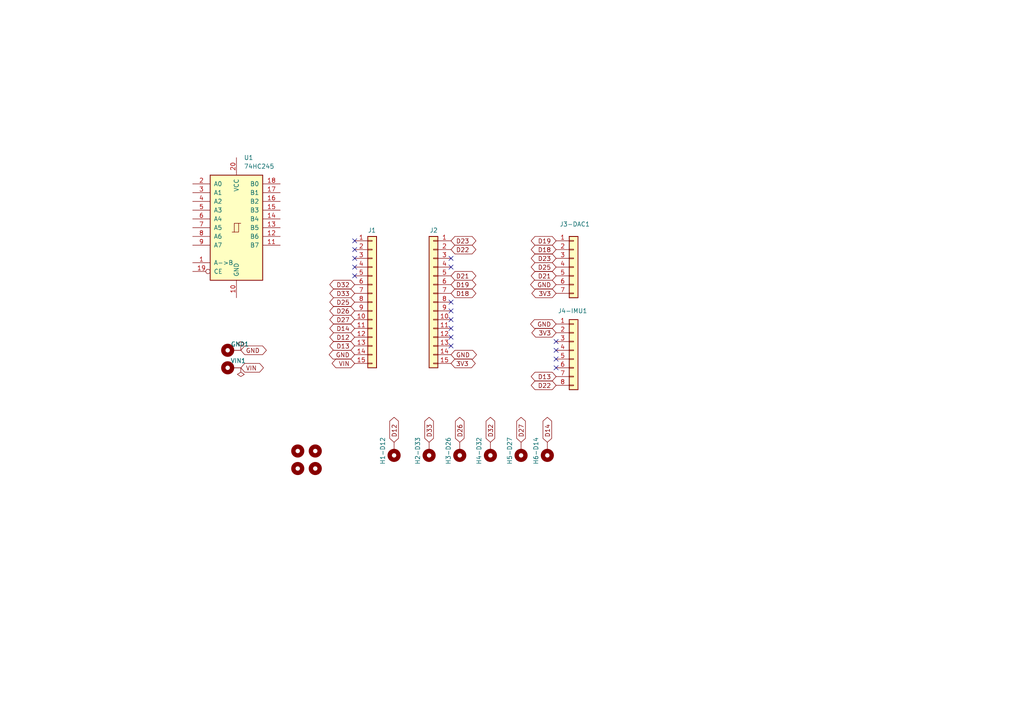
<source format=kicad_sch>
(kicad_sch (version 20250114) (generator "eeschema") (generator_version "9.0")
  (paper "A4")
  (lib_symbols
    (symbol "74xx:74HC245" (pin_names (offset 1.016))
      (property "Reference" "U" (at -7.62 16.51 0))
      (property "Value" "74HC245" (at -7.62 -16.51 0))
      (symbol "74HC245_1_0"
        (polyline (pts (xy -1.27 -1.27) (xy 0.635 -1.27) (xy 0.635 1.27) (xy 1.27 1.27)))
        (polyline (pts (xy -0.635 -1.27) (xy -0.635 1.27) (xy 0.635 1.27)))
        (pin tri_state line (at -12.7 12.7 0) (length 5.08) (name "A0") (number "2"))
        (pin tri_state line (at -12.7 10.16 0) (length 5.08) (name "A1") (number "3"))
        (pin tri_state line (at -12.7 7.62 0) (length 5.08) (name "A2") (number "4"))
        (pin tri_state line (at -12.7 5.08 0) (length 5.08) (name "A3") (number "5"))
        (pin tri_state line (at -12.7 2.54 0) (length 5.08) (name "A4") (number "6"))
        (pin tri_state line (at -12.7 0 0) (length 5.08) (name "A5") (number "7"))
        (pin tri_state line (at -12.7 -2.54 0) (length 5.08) (name "A6") (number "8"))
        (pin tri_state line (at -12.7 -5.08 0) (length 5.08) (name "A7") (number "9"))
        (pin input line (at -12.7 -10.16 0) (length 5.08) (name "A->B") (number "1"))
        (pin input inverted (at -12.7 -12.7 0) (length 5.08) (name "CE") (number "19"))
        (pin power_in line (at 0 20.32 270) (length 5.08) (name "VCC") (number "20"))
        (pin power_in line (at 0 -20.32 90) (length 5.08) (name "GND") (number "10"))
        (pin tri_state line (at 12.7 12.7 180) (length 5.08) (name "B0") (number "18"))
        (pin tri_state line (at 12.7 10.16 180) (length 5.08) (name "B1") (number "17"))
        (pin tri_state line (at 12.7 7.62 180) (length 5.08) (name "B2") (number "16"))
        (pin tri_state line (at 12.7 5.08 180) (length 5.08) (name "B3") (number "15"))
        (pin tri_state line (at 12.7 2.54 180) (length 5.08) (name "B4") (number "14"))
        (pin tri_state line (at 12.7 0 180) (length 5.08) (name "B5") (number "13"))
        (pin tri_state line (at 12.7 -2.54 180) (length 5.08) (name "B6") (number "12"))
        (pin tri_state line (at 12.7 -5.08 180) (length 5.08) (name "B7") (number "11"))
      )
      (symbol "74HC245_1_1"
        (rectangle (start -7.62 15.24) (end 7.62 -15.24) (stroke (width 0.254)) (fill (type background)))
      )
    )
    (symbol "Connector_Generic:Conn_01x07" (pin_names (offset 1.016) (hide yes))
      (property "Reference" "J" (at 0 10.16 0))
      (property "Value" "Conn_01x07" (at 0 -10.16 0))
      (symbol "Conn_01x07_1_1"
        (rectangle (start -1.27 8.89) (end 1.27 -8.89) (stroke (width 0.254)) (fill (type background)))
        (rectangle (start -1.27 7.747) (end 0 7.493) (stroke (width 0.1524)))
        (rectangle (start -1.27 5.207) (end 0 4.953) (stroke (width 0.1524)))
        (rectangle (start -1.27 2.667) (end 0 2.413) (stroke (width 0.1524)))
        (rectangle (start -1.27 0.127) (end 0 -0.127) (stroke (width 0.1524)))
        (rectangle (start -1.27 -2.413) (end 0 -2.667) (stroke (width 0.1524)))
        (rectangle (start -1.27 -4.953) (end 0 -5.207) (stroke (width 0.1524)))
        (rectangle (start -1.27 -7.493) (end 0 -7.747) (stroke (width 0.1524)))
        (pin passive line (at -5.08 7.62 0) (length 3.81) (name "Pin_1") (number "1"))
        (pin passive line (at -5.08 5.08 0) (length 3.81) (name "Pin_2") (number "2"))
        (pin passive line (at -5.08 2.54 0) (length 3.81) (name "Pin_3") (number "3"))
        (pin passive line (at -5.08 0 0) (length 3.81) (name "Pin_4") (number "4"))
        (pin passive line (at -5.08 -2.54 0) (length 3.81) (name "Pin_5") (number "5"))
        (pin passive line (at -5.08 -5.08 0) (length 3.81) (name "Pin_6") (number "6"))
        (pin passive line (at -5.08 -7.62 0) (length 3.81) (name "Pin_7") (number "7"))
      )
    )
    (symbol "Connector_Generic:Conn_01x08" (pin_names (offset 1.016) (hide yes))
      (property "Reference" "J" (at 0 10.16 0))
      (property "Value" "Conn_01x08" (at 0 -12.7 0))
      (symbol "Conn_01x08_1_1"
        (rectangle (start -1.27 8.89) (end 1.27 -11.43) (stroke (width 0.254)) (fill (type background)))
        (rectangle (start -1.27 7.747) (end 0 7.493) (stroke (width 0.1524)))
        (rectangle (start -1.27 5.207) (end 0 4.953) (stroke (width 0.1524)))
        (rectangle (start -1.27 2.667) (end 0 2.413) (stroke (width 0.1524)))
        (rectangle (start -1.27 0.127) (end 0 -0.127) (stroke (width 0.1524)))
        (rectangle (start -1.27 -2.413) (end 0 -2.667) (stroke (width 0.1524)))
        (rectangle (start -1.27 -4.953) (end 0 -5.207) (stroke (width 0.1524)))
        (rectangle (start -1.27 -7.493) (end 0 -7.747) (stroke (width 0.1524)))
        (rectangle (start -1.27 -10.033) (end 0 -10.287) (stroke (width 0.1524)))
        (pin passive line (at -5.08 7.62 0) (length 3.81) (name "Pin_1") (number "1"))
        (pin passive line (at -5.08 5.08 0) (length 3.81) (name "Pin_2") (number "2"))
        (pin passive line (at -5.08 2.54 0) (length 3.81) (name "Pin_3") (number "3"))
        (pin passive line (at -5.08 0 0) (length 3.81) (name "Pin_4") (number "4"))
        (pin passive line (at -5.08 -2.54 0) (length 3.81) (name "Pin_5") (number "5"))
        (pin passive line (at -5.08 -5.08 0) (length 3.81) (name "Pin_6") (number "6"))
        (pin passive line (at -5.08 -7.62 0) (length 3.81) (name "Pin_7") (number "7"))
        (pin passive line (at -5.08 -10.16 0) (length 3.81) (name "Pin_8") (number "8"))
      )
    )
    (symbol "Connector_Generic:Conn_01x15" (pin_names (offset 1.016) (hide yes))
      (property "Reference" "J" (at 0 20.32 0))
      (property "Value" "Conn_01x15" (at 0 -20.32 0))
      (symbol "Conn_01x15_1_1"
        (rectangle (start -1.27 19.05) (end 1.27 -19.05) (stroke (width 0.254)) (fill (type background)))
        (rectangle (start -1.27 17.907) (end 0 17.653) (stroke (width 0.1524)))
        (rectangle (start -1.27 15.367) (end 0 15.113) (stroke (width 0.1524)))
        (rectangle (start -1.27 12.827) (end 0 12.573) (stroke (width 0.1524)))
        (rectangle (start -1.27 10.287) (end 0 10.033) (stroke (width 0.1524)))
        (rectangle (start -1.27 7.747) (end 0 7.493) (stroke (width 0.1524)))
        (rectangle (start -1.27 5.207) (end 0 4.953) (stroke (width 0.1524)))
        (rectangle (start -1.27 2.667) (end 0 2.413) (stroke (width 0.1524)))
        (rectangle (start -1.27 0.127) (end 0 -0.127) (stroke (width 0.1524)))
        (rectangle (start -1.27 -2.413) (end 0 -2.667) (stroke (width 0.1524)))
        (rectangle (start -1.27 -4.953) (end 0 -5.207) (stroke (width 0.1524)))
        (rectangle (start -1.27 -7.493) (end 0 -7.747) (stroke (width 0.1524)))
        (rectangle (start -1.27 -10.033) (end 0 -10.287) (stroke (width 0.1524)))
        (rectangle (start -1.27 -12.573) (end 0 -12.827) (stroke (width 0.1524)))
        (rectangle (start -1.27 -15.113) (end 0 -15.367) (stroke (width 0.1524)))
        (rectangle (start -1.27 -17.653) (end 0 -17.907) (stroke (width 0.1524)))
        (pin passive line (at -5.08 17.78 0) (length 3.81) (name "Pin_1") (number "1"))
        (pin passive line (at -5.08 15.24 0) (length 3.81) (name "Pin_2") (number "2"))
        (pin passive line (at -5.08 12.7 0) (length 3.81) (name "Pin_3") (number "3"))
        (pin passive line (at -5.08 10.16 0) (length 3.81) (name "Pin_4") (number "4"))
        (pin passive line (at -5.08 7.62 0) (length 3.81) (name "Pin_5") (number "5"))
        (pin passive line (at -5.08 5.08 0) (length 3.81) (name "Pin_6") (number "6"))
        (pin passive line (at -5.08 2.54 0) (length 3.81) (name "Pin_7") (number "7"))
        (pin passive line (at -5.08 0 0) (length 3.81) (name "Pin_8") (number "8"))
        (pin passive line (at -5.08 -2.54 0) (length 3.81) (name "Pin_9") (number "9"))
        (pin passive line (at -5.08 -5.08 0) (length 3.81) (name "Pin_10") (number "10"))
        (pin passive line (at -5.08 -7.62 0) (length 3.81) (name "Pin_11") (number "11"))
        (pin passive line (at -5.08 -10.16 0) (length 3.81) (name "Pin_12") (number "12"))
        (pin passive line (at -5.08 -12.7 0) (length 3.81) (name "Pin_13") (number "13"))
        (pin passive line (at -5.08 -15.24 0) (length 3.81) (name "Pin_14") (number "14"))
        (pin passive line (at -5.08 -17.78 0) (length 3.81) (name "Pin_15") (number "15"))
      )
    )
    (symbol "Mechanical:MountingHole" (pin_names (offset 1.016)) (in_bom no)
      (property "Reference" "H" (at 0 5.08 0))
      (property "Value" "MountingHole" (at 0 3.175 0))
      (symbol "MountingHole_0_1"
        (circle (center 0 0) (radius 1.27) (stroke (width 1.27)))
      )
    )
    (symbol "Mechanical:MountingHole_Pad" (pin_numbers (hide yes)) (pin_names (offset 1.016) (hide yes)) (in_bom no)
      (property "Reference" "H" (at 0 6.35 0))
      (property "Value" "MountingHole_Pad" (at 0 4.445 0))
      (symbol "MountingHole_Pad_0_1"
        (circle (center 0 1.27) (radius 1.27) (stroke (width 1.27)))
      )
      (symbol "MountingHole_Pad_1_1"
        (pin input line (at 0 -2.54 90) (length 2.54) (name "1") (number "1"))
      )
    )
    (symbol "power:PWR_FLAG" (power) (pin_numbers (hide yes)) (pin_names (offset 0) (hide yes))
      (property "Value" "PWR_FLAG" (at 0 3.81 0))
      (symbol "PWR_FLAG_0_0"
        (pin power_out line (at 0 0 90) (length 0) (name "~") (number "1"))
      )
      (symbol "PWR_FLAG_0_1"
        (polyline (pts (xy 0 0) (xy 0 1.27) (xy -1.016 1.905) (xy 0 2.54) (xy 1.016 1.905) (xy 0 1.27)))
      )
    )
  )
  (no_connect (at 130.81 74.93))
  (no_connect (at 130.81 95.25))
  (no_connect (at 102.87 80.01))
  (no_connect (at 161.29 99.06))
  (no_connect (at 102.87 69.85))
  (no_connect (at 161.29 106.68))
  (no_connect (at 161.29 101.6))
  (no_connect (at 102.87 72.39))
  (no_connect (at 161.29 104.14))
  (no_connect (at 130.81 90.17))
  (no_connect (at 130.81 77.47))
  (no_connect (at 130.81 87.63))
  (no_connect (at 102.87 77.47))
  (no_connect (at 130.81 97.79))
  (no_connect (at 130.81 100.33))
  (no_connect (at 130.81 92.71))
  (no_connect (at 102.87 74.93))
  (global_label "D14" (shape bidirectional) (at 102.87 95.25 180) (property "Intersheetrefs" "${INTERSHEET_REFS}" (effects (hide yes))))
  (global_label "3V3" (shape bidirectional) (at 161.29 85.09 180) (property "Intersheetrefs" "${INTERSHEET_REFS}" (effects (hide yes))))
  (global_label "D21" (shape bidirectional) (at 130.81 80.01 0) (property "Intersheetrefs" "${INTERSHEET_REFS}" (effects (hide yes))))
  (global_label "D22" (shape bidirectional) (at 161.29 111.76 180) (property "Intersheetrefs" "${INTERSHEET_REFS}" (effects (hide yes))))
  (global_label "D18" (shape bidirectional) (at 161.29 72.39 180) (property "Intersheetrefs" "${INTERSHEET_REFS}" (effects (hide yes))))
  (global_label "D14" (shape bidirectional) (at 158.75 128.27 90) (property "Intersheetrefs" "${INTERSHEET_REFS}" (effects (hide yes))))
  (global_label "D19" (shape bidirectional) (at 161.29 69.85 180) (property "Intersheetrefs" "${INTERSHEET_REFS}" (effects (hide yes))))
  (global_label "GND" (shape bidirectional) (at 69.85 101.6 0) (property "Intersheetrefs" "${INTERSHEET_REFS}" (effects (hide yes))))
  (global_label "D26" (shape bidirectional) (at 133.35 128.27 90) (property "Intersheetrefs" "${INTERSHEET_REFS}" (effects (hide yes))))
  (global_label "D25" (shape bidirectional) (at 102.87 87.63 180) (property "Intersheetrefs" "${INTERSHEET_REFS}" (effects (hide yes))))
  (global_label "D33" (shape bidirectional) (at 102.87 85.09 180) (property "Intersheetrefs" "${INTERSHEET_REFS}" (effects (hide yes))))
  (global_label "D21" (shape bidirectional) (at 161.29 80.01 180) (property "Intersheetrefs" "${INTERSHEET_REFS}" (effects (hide yes))))
  (global_label "D18" (shape bidirectional) (at 130.81 85.09 0) (property "Intersheetrefs" "${INTERSHEET_REFS}" (effects (hide yes))))
  (global_label "GND" (shape bidirectional) (at 161.29 82.55 180) (property "Intersheetrefs" "${INTERSHEET_REFS}" (effects (hide yes))))
  (global_label "3V3" (shape bidirectional) (at 161.29 96.52 180) (property "Intersheetrefs" "${INTERSHEET_REFS}" (effects (hide yes))))
  (global_label "D23" (shape bidirectional) (at 161.29 74.93 180) (property "Intersheetrefs" "${INTERSHEET_REFS}" (effects (hide yes))))
  (global_label "GND" (shape bidirectional) (at 130.81 102.87 0) (property "Intersheetrefs" "${INTERSHEET_REFS}" (effects (hide yes))))
  (global_label "D12" (shape bidirectional) (at 102.87 97.79 180) (property "Intersheetrefs" "${INTERSHEET_REFS}" (effects (hide yes))))
  (global_label "D25" (shape bidirectional) (at 161.29 77.47 180) (property "Intersheetrefs" "${INTERSHEET_REFS}" (effects (hide yes))))
  (global_label "D32" (shape bidirectional) (at 102.87 82.55 180) (property "Intersheetrefs" "${INTERSHEET_REFS}" (effects (hide yes))))
  (global_label "D22" (shape bidirectional) (at 130.81 72.39 0) (property "Intersheetrefs" "${INTERSHEET_REFS}" (effects (hide yes))))
  (global_label "D27" (shape bidirectional) (at 151.13 128.27 90) (property "Intersheetrefs" "${INTERSHEET_REFS}" (effects (hide yes))))
  (global_label "GND" (shape bidirectional) (at 161.29 93.98 180) (property "Intersheetrefs" "${INTERSHEET_REFS}" (effects (hide yes))))
  (global_label "D13" (shape bidirectional) (at 102.87 100.33 180) (property "Intersheetrefs" "${INTERSHEET_REFS}" (effects (hide yes))))
  (global_label "D32" (shape bidirectional) (at 142.24 128.27 90) (property "Intersheetrefs" "${INTERSHEET_REFS}" (effects (hide yes))))
  (global_label "VIN" (shape bidirectional) (at 69.85 106.68 0) (property "Intersheetrefs" "${INTERSHEET_REFS}" (effects (hide yes))))
  (global_label "D27" (shape bidirectional) (at 102.87 92.71 180) (property "Intersheetrefs" "${INTERSHEET_REFS}" (effects (hide yes))))
  (global_label "D12" (shape bidirectional) (at 114.3 128.27 90) (property "Intersheetrefs" "${INTERSHEET_REFS}" (effects (hide yes))))
  (global_label "D13" (shape bidirectional) (at 161.29 109.22 180) (property "Intersheetrefs" "${INTERSHEET_REFS}" (effects (hide yes))))
  (global_label "D26" (shape bidirectional) (at 102.87 90.17 180) (property "Intersheetrefs" "${INTERSHEET_REFS}" (effects (hide yes))))
  (global_label "D19" (shape bidirectional) (at 130.81 82.55 0) (property "Intersheetrefs" "${INTERSHEET_REFS}" (effects (hide yes))))
  (global_label "D23" (shape bidirectional) (at 130.81 69.85 0) (property "Intersheetrefs" "${INTERSHEET_REFS}" (effects (hide yes))))
  (global_label "D33" (shape bidirectional) (at 124.46 128.27 90) (property "Intersheetrefs" "${INTERSHEET_REFS}" (effects (hide yes))))
  (global_label "3V3" (shape bidirectional) (at 130.81 105.41 0) (property "Intersheetrefs" "${INTERSHEET_REFS}" (effects (hide yes))))
  (global_label "GND" (shape bidirectional) (at 102.87 102.87 180) (property "Intersheetrefs" "${INTERSHEET_REFS}" (effects (hide yes))))
  (global_label "VIN" (shape bidirectional) (at 102.87 105.41 180) (property "Intersheetrefs" "${INTERSHEET_REFS}" (effects (hide yes))))
  (symbol (lib_id "Connector_Generic:Conn_01x07") (at 166.37 77.47 0) (unit 1)
    (property "Reference" "J3-DAC1" (at 162.306 65.024 0) (effects (justify left)))
    (property "Value" "Conn_01x07" (effects (hide yes)))
    (property "Footprint" "Connector_PinSocket_2.54mm:PinSocket_1x07_P2.54mm_Vertical" (effects (hide yes)))
    (property "Description" "Generic connector, single row, 01x07, script generated (kicad-library-utils/schlib/autogen/connector/)" (effects (hide yes)))
  )
  (symbol (lib_id "Mechanical:MountingHole_Pad") (at 142.24 130.81 180) (unit 1) (in_bom no)
    (property "Reference" "H4-D32" (at 138.938 126.746 90) (effects (justify left)))
    (property "Value" "MountingHole_Pad" (effects (hide yes)))
    (property "Footprint" "MountingHole:MountingHole_2.2mm_M2_DIN965_Pad" (effects (hide yes)))
    (property "Description" "Mounting Hole with connection" (effects (hide yes)))
  )
  (symbol (lib_id "Mechanical:MountingHole") (at 91.44 135.89 0) (unit 1) (in_bom no)
    (property "Reference" "H3" (effects (hide yes)))
    (property "Value" "MountingHole" (effects (hide yes)))
    (property "Footprint" "MountingHole:MountingHole_3.2mm_M3" (effects (hide yes)))
    (property "Description" "Mounting Hole without connection" (effects (hide yes)))
  )
  (symbol (lib_id "Connector_Generic:Conn_01x15") (at 125.73 87.63 0) (mirror y) (unit 1)
    (property "Reference" "J2" (at 127 66.802 0) (effects (justify left)))
    (property "Value" "Conn_01x15" (effects (hide yes)))
    (property "Footprint" "Connector_PinSocket_2.54mm:PinSocket_1x15_P2.54mm_Vertical" (effects (hide yes)))
    (property "Description" "Generic connector, single row, 01x15, script generated (kicad-library-utils/schlib/autogen/connector/)" (effects (hide yes)))
  )
  (symbol (lib_id "Mechanical:MountingHole_Pad") (at 67.31 106.68 90) (unit 1) (in_bom no)
    (property "Reference" "VIN1" (at 69.088 104.648 90))
    (property "Value" "MountingHole_Pad" (effects (hide yes)))
    (property "Footprint" "MountingHole:MountingHole_2.2mm_M2_DIN965_Pad" (effects (hide yes)))
    (property "Description" "Mounting Hole with connection" (effects (hide yes)))
  )
  (symbol (lib_id "Mechanical:MountingHole") (at 86.36 130.81 0) (unit 1) (in_bom no)
    (property "Reference" "H1" (effects (hide yes)))
    (property "Value" "MountingHole" (effects (hide yes)))
    (property "Footprint" "MountingHole:MountingHole_3.2mm_M3" (effects (hide yes)))
    (property "Description" "Mounting Hole without connection" (effects (hide yes)))
  )
  (symbol (lib_id "74xx:74HC245") (at 68.58 66.04 0) (unit 1)
    (property "Reference" "U1" (at 70.7233 45.72 0) (effects (justify left)))
    (property "Value" "74HC245" (at 70.7233 48.26 0) (effects (justify left)))
    (property "Footprint" "Package_DIP:DIP-20_W7.62mm_LongPads" (effects (hide yes)))
    (property "Datasheet" "http://www.ti.com/lit/gpn/sn74HC245" (effects (hide yes)))
    (property "Description" "Octal BUS Transceivers, 3-State outputs" (effects (hide yes)))
  )
  (symbol (lib_id "Mechanical:MountingHole_Pad") (at 158.75 130.81 180) (unit 1) (in_bom no)
    (property "Reference" "H6-D14" (at 155.448 126.746 90) (effects (justify left)))
    (property "Value" "MountingHole_Pad" (effects (hide yes)))
    (property "Footprint" "MountingHole:MountingHole_2.2mm_M2_DIN965_Pad" (effects (hide yes)))
    (property "Description" "Mounting Hole with connection" (effects (hide yes)))
  )
  (symbol (lib_id "Mechanical:MountingHole_Pad") (at 114.3 130.81 180) (unit 1) (in_bom no)
    (property "Reference" "H1-D12" (at 110.998 126.746 90) (effects (justify left)))
    (property "Value" "MountingHole_Pad" (effects (hide yes)))
    (property "Footprint" "MountingHole:MountingHole_2.2mm_M2_DIN965_Pad" (effects (hide yes)))
    (property "Description" "Mounting Hole with connection" (effects (hide yes)))
  )
  (symbol (lib_id "power:PWR_FLAG") (at 69.85 106.68 180) (unit 1)
    (property "Reference" "#FLG01" (effects (hide yes)))
    (property "Value" "PWR_FLAG" (effects (hide yes)))
    (property "Description" "Special symbol for telling ERC where power comes from" (effects (hide yes)))
  )
  (symbol (lib_id "Mechanical:MountingHole_Pad") (at 151.13 130.81 180) (unit 1) (in_bom no)
    (property "Reference" "H5-D27" (at 147.828 126.746 90) (effects (justify left)))
    (property "Value" "MountingHole_Pad" (effects (hide yes)))
    (property "Footprint" "MountingHole:MountingHole_2.2mm_M2_DIN965_Pad" (effects (hide yes)))
    (property "Description" "Mounting Hole with connection" (effects (hide yes)))
  )
  (symbol (lib_id "Connector_Generic:Conn_01x08") (at 166.37 101.6 0) (unit 1)
    (property "Reference" "J4-IMU1" (at 161.798 90.17 0) (effects (justify left)))
    (property "Value" "Conn_01x08" (effects (hide yes)))
    (property "Footprint" "Connector_PinSocket_2.54mm:PinSocket_1x08_P2.54mm_Vertical" (effects (hide yes)))
    (property "Description" "Generic connector, single row, 01x08, script generated (kicad-library-utils/schlib/autogen/connector/)" (effects (hide yes)))
  )
  (symbol (lib_id "Mechanical:MountingHole_Pad") (at 133.35 130.81 180) (unit 1) (in_bom no)
    (property "Reference" "H3-D26" (at 130.048 126.746 90) (effects (justify left)))
    (property "Value" "MountingHole_Pad" (effects (hide yes)))
    (property "Footprint" "MountingHole:MountingHole_2.2mm_M2_DIN965_Pad" (effects (hide yes)))
    (property "Description" "Mounting Hole with connection" (effects (hide yes)))
  )
  (symbol (lib_id "Mechanical:MountingHole") (at 86.36 135.89 0) (unit 1) (in_bom no)
    (property "Reference" "H2" (effects (hide yes)))
    (property "Value" "MountingHole" (effects (hide yes)))
    (property "Footprint" "MountingHole:MountingHole_3.2mm_M3" (effects (hide yes)))
    (property "Description" "Mounting Hole without connection" (effects (hide yes)))
  )
  (symbol (lib_id "Mechanical:MountingHole_Pad") (at 67.31 101.6 90) (unit 1) (in_bom no)
    (property "Reference" "GND1" (at 69.596 99.822 90))
    (property "Value" "MountingHole_Pad" (effects (hide yes)))
    (property "Footprint" "MountingHole:MountingHole_2.2mm_M2_DIN965_Pad" (effects (hide yes)))
    (property "Description" "Mounting Hole with connection" (effects (hide yes)))
  )
  (symbol (lib_id "Mechanical:MountingHole") (at 91.44 130.81 0) (unit 1) (in_bom no)
    (property "Reference" "H4" (effects (hide yes)))
    (property "Value" "MountingHole" (effects (hide yes)))
    (property "Footprint" "MountingHole:MountingHole_3.2mm_M3" (effects (hide yes)))
    (property "Description" "Mounting Hole without connection" (effects (hide yes)))
  )
  (symbol (lib_id "Connector_Generic:Conn_01x15") (at 107.95 87.63 0) (unit 1)
    (property "Reference" "J1" (at 106.68 66.802 0) (effects (justify left)))
    (property "Value" "Conn_01x15" (effects (hide yes)))
    (property "Footprint" "Connector_PinSocket_2.54mm:PinSocket_1x15_P2.54mm_Vertical" (effects (hide yes)))
    (property "Description" "Generic connector, single row, 01x15, script generated (kicad-library-utils/schlib/autogen/connector/)" (effects (hide yes)))
  )
  (symbol (lib_id "Mechanical:MountingHole_Pad") (at 124.46 130.81 180) (unit 1) (in_bom no)
    (property "Reference" "H2-D33" (at 121.158 126.746 90) (effects (justify left)))
    (property "Value" "MountingHole_Pad" (effects (hide yes)))
    (property "Footprint" "MountingHole:MountingHole_2.2mm_M2_DIN965_Pad" (effects (hide yes)))
    (property "Description" "Mounting Hole with connection" (effects (hide yes)))
  )
  (symbol (lib_id "power:PWR_FLAG") (at 69.85 101.6 0) (unit 1)
    (property "Reference" "#FLG02" (effects (hide yes)))
    (property "Value" "PWR_FLAG" (effects (hide yes)))
    (property "Description" "Special symbol for telling ERC where power comes from" (effects (hide yes)))
  )
)
</source>
